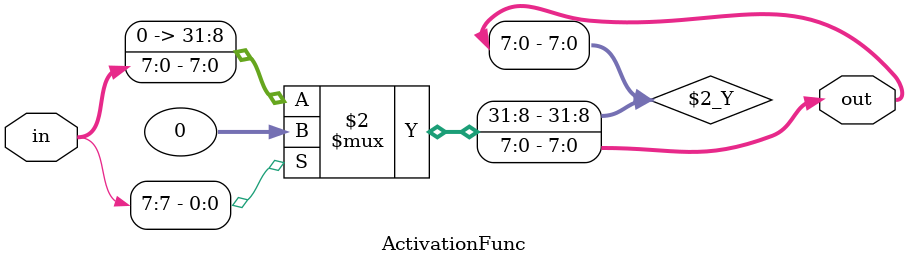
<source format=v>
`timescale 1ns/1ns

module ActivationFunc( in, out);

    // Relu
    parameter size = 8;
    input [size-1:0] in;
    output [size-1:0] out;

    assign out = in[size-1] ? 0 : in;

endmodule
</source>
